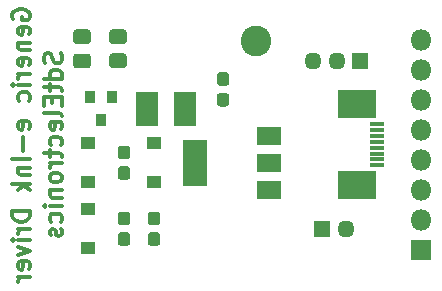
<source format=gbr>
%TF.GenerationSoftware,KiCad,Pcbnew,(5.1.6)-1*%
%TF.CreationDate,2020-05-23T23:32:43+08:00*%
%TF.ProjectId,ePap,65506170-2e6b-4696-9361-645f70636258,rev?*%
%TF.SameCoordinates,Original*%
%TF.FileFunction,Soldermask,Bot*%
%TF.FilePolarity,Negative*%
%FSLAX46Y46*%
G04 Gerber Fmt 4.6, Leading zero omitted, Abs format (unit mm)*
G04 Created by KiCad (PCBNEW (5.1.6)-1) date 2020-05-23 23:32:43*
%MOMM*%
%LPD*%
G01*
G04 APERTURE LIST*
%ADD10C,0.300000*%
%ADD11R,1.800000X1.800000*%
%ADD12O,1.800000X1.800000*%
%ADD13R,1.300000X1.000000*%
%ADD14R,1.200000X0.400000*%
%ADD15R,3.200000X2.400000*%
%ADD16R,1.450000X1.450000*%
%ADD17O,1.450000X1.450000*%
%ADD18R,1.900000X3.000000*%
%ADD19R,0.900000X1.000000*%
%ADD20C,2.600000*%
%ADD21R,2.100000X3.900000*%
%ADD22R,2.100000X1.600000*%
G04 APERTURE END LIST*
D10*
X101866000Y-86893142D02*
X101794571Y-86750285D01*
X101794571Y-86536000D01*
X101866000Y-86321714D01*
X102008857Y-86178857D01*
X102151714Y-86107428D01*
X102437428Y-86036000D01*
X102651714Y-86036000D01*
X102937428Y-86107428D01*
X103080285Y-86178857D01*
X103223142Y-86321714D01*
X103294571Y-86536000D01*
X103294571Y-86678857D01*
X103223142Y-86893142D01*
X103151714Y-86964571D01*
X102651714Y-86964571D01*
X102651714Y-86678857D01*
X103223142Y-88178857D02*
X103294571Y-88036000D01*
X103294571Y-87750285D01*
X103223142Y-87607428D01*
X103080285Y-87536000D01*
X102508857Y-87536000D01*
X102366000Y-87607428D01*
X102294571Y-87750285D01*
X102294571Y-88036000D01*
X102366000Y-88178857D01*
X102508857Y-88250285D01*
X102651714Y-88250285D01*
X102794571Y-87536000D01*
X102294571Y-88893142D02*
X103294571Y-88893142D01*
X102437428Y-88893142D02*
X102366000Y-88964571D01*
X102294571Y-89107428D01*
X102294571Y-89321714D01*
X102366000Y-89464571D01*
X102508857Y-89536000D01*
X103294571Y-89536000D01*
X103223142Y-90821714D02*
X103294571Y-90678857D01*
X103294571Y-90393142D01*
X103223142Y-90250285D01*
X103080285Y-90178857D01*
X102508857Y-90178857D01*
X102366000Y-90250285D01*
X102294571Y-90393142D01*
X102294571Y-90678857D01*
X102366000Y-90821714D01*
X102508857Y-90893142D01*
X102651714Y-90893142D01*
X102794571Y-90178857D01*
X103294571Y-91536000D02*
X102294571Y-91536000D01*
X102580285Y-91536000D02*
X102437428Y-91607428D01*
X102366000Y-91678857D01*
X102294571Y-91821714D01*
X102294571Y-91964571D01*
X103294571Y-92464571D02*
X102294571Y-92464571D01*
X101794571Y-92464571D02*
X101866000Y-92393142D01*
X101937428Y-92464571D01*
X101866000Y-92536000D01*
X101794571Y-92464571D01*
X101937428Y-92464571D01*
X103223142Y-93821714D02*
X103294571Y-93678857D01*
X103294571Y-93393142D01*
X103223142Y-93250285D01*
X103151714Y-93178857D01*
X103008857Y-93107428D01*
X102580285Y-93107428D01*
X102437428Y-93178857D01*
X102366000Y-93250285D01*
X102294571Y-93393142D01*
X102294571Y-93678857D01*
X102366000Y-93821714D01*
X103223142Y-96178857D02*
X103294571Y-96036000D01*
X103294571Y-95750285D01*
X103223142Y-95607428D01*
X103080285Y-95536000D01*
X102508857Y-95536000D01*
X102366000Y-95607428D01*
X102294571Y-95750285D01*
X102294571Y-96036000D01*
X102366000Y-96178857D01*
X102508857Y-96250285D01*
X102651714Y-96250285D01*
X102794571Y-95536000D01*
X102723142Y-96893142D02*
X102723142Y-98036000D01*
X103294571Y-98750285D02*
X101794571Y-98750285D01*
X102294571Y-99464571D02*
X103294571Y-99464571D01*
X102437428Y-99464571D02*
X102366000Y-99536000D01*
X102294571Y-99678857D01*
X102294571Y-99893142D01*
X102366000Y-100036000D01*
X102508857Y-100107428D01*
X103294571Y-100107428D01*
X103294571Y-100821714D02*
X101794571Y-100821714D01*
X102723142Y-100964571D02*
X103294571Y-101393142D01*
X102294571Y-101393142D02*
X102866000Y-100821714D01*
X103294571Y-103178857D02*
X101794571Y-103178857D01*
X101794571Y-103536000D01*
X101866000Y-103750285D01*
X102008857Y-103893142D01*
X102151714Y-103964571D01*
X102437428Y-104036000D01*
X102651714Y-104036000D01*
X102937428Y-103964571D01*
X103080285Y-103893142D01*
X103223142Y-103750285D01*
X103294571Y-103536000D01*
X103294571Y-103178857D01*
X103294571Y-104678857D02*
X102294571Y-104678857D01*
X102580285Y-104678857D02*
X102437428Y-104750285D01*
X102366000Y-104821714D01*
X102294571Y-104964571D01*
X102294571Y-105107428D01*
X103294571Y-105607428D02*
X102294571Y-105607428D01*
X101794571Y-105607428D02*
X101866000Y-105536000D01*
X101937428Y-105607428D01*
X101866000Y-105678857D01*
X101794571Y-105607428D01*
X101937428Y-105607428D01*
X102294571Y-106178857D02*
X103294571Y-106536000D01*
X102294571Y-106893142D01*
X103223142Y-108036000D02*
X103294571Y-107893142D01*
X103294571Y-107607428D01*
X103223142Y-107464571D01*
X103080285Y-107393142D01*
X102508857Y-107393142D01*
X102366000Y-107464571D01*
X102294571Y-107607428D01*
X102294571Y-107893142D01*
X102366000Y-108036000D01*
X102508857Y-108107428D01*
X102651714Y-108107428D01*
X102794571Y-107393142D01*
X103294571Y-108750285D02*
X102294571Y-108750285D01*
X102580285Y-108750285D02*
X102437428Y-108821714D01*
X102366000Y-108893142D01*
X102294571Y-109036000D01*
X102294571Y-109178857D01*
X105890142Y-89786000D02*
X105961571Y-90000285D01*
X105961571Y-90357428D01*
X105890142Y-90500285D01*
X105818714Y-90571714D01*
X105675857Y-90643142D01*
X105533000Y-90643142D01*
X105390142Y-90571714D01*
X105318714Y-90500285D01*
X105247285Y-90357428D01*
X105175857Y-90071714D01*
X105104428Y-89928857D01*
X105033000Y-89857428D01*
X104890142Y-89786000D01*
X104747285Y-89786000D01*
X104604428Y-89857428D01*
X104533000Y-89928857D01*
X104461571Y-90071714D01*
X104461571Y-90428857D01*
X104533000Y-90643142D01*
X105961571Y-91928857D02*
X104461571Y-91928857D01*
X105890142Y-91928857D02*
X105961571Y-91786000D01*
X105961571Y-91500285D01*
X105890142Y-91357428D01*
X105818714Y-91286000D01*
X105675857Y-91214571D01*
X105247285Y-91214571D01*
X105104428Y-91286000D01*
X105033000Y-91357428D01*
X104961571Y-91500285D01*
X104961571Y-91786000D01*
X105033000Y-91928857D01*
X104961571Y-92428857D02*
X104961571Y-93000285D01*
X104461571Y-92643142D02*
X105747285Y-92643142D01*
X105890142Y-92714571D01*
X105961571Y-92857428D01*
X105961571Y-93000285D01*
X105175857Y-93500285D02*
X105175857Y-94000285D01*
X105961571Y-94214571D02*
X105961571Y-93500285D01*
X104461571Y-93500285D01*
X104461571Y-94214571D01*
X105961571Y-95071714D02*
X105890142Y-94928857D01*
X105747285Y-94857428D01*
X104461571Y-94857428D01*
X105890142Y-96214571D02*
X105961571Y-96071714D01*
X105961571Y-95786000D01*
X105890142Y-95643142D01*
X105747285Y-95571714D01*
X105175857Y-95571714D01*
X105033000Y-95643142D01*
X104961571Y-95786000D01*
X104961571Y-96071714D01*
X105033000Y-96214571D01*
X105175857Y-96286000D01*
X105318714Y-96286000D01*
X105461571Y-95571714D01*
X105890142Y-97571714D02*
X105961571Y-97428857D01*
X105961571Y-97143142D01*
X105890142Y-97000285D01*
X105818714Y-96928857D01*
X105675857Y-96857428D01*
X105247285Y-96857428D01*
X105104428Y-96928857D01*
X105033000Y-97000285D01*
X104961571Y-97143142D01*
X104961571Y-97428857D01*
X105033000Y-97571714D01*
X104961571Y-98000285D02*
X104961571Y-98571714D01*
X104461571Y-98214571D02*
X105747285Y-98214571D01*
X105890142Y-98286000D01*
X105961571Y-98428857D01*
X105961571Y-98571714D01*
X105961571Y-99071714D02*
X104961571Y-99071714D01*
X105247285Y-99071714D02*
X105104428Y-99143142D01*
X105033000Y-99214571D01*
X104961571Y-99357428D01*
X104961571Y-99500285D01*
X105961571Y-100214571D02*
X105890142Y-100071714D01*
X105818714Y-100000285D01*
X105675857Y-99928857D01*
X105247285Y-99928857D01*
X105104428Y-100000285D01*
X105033000Y-100071714D01*
X104961571Y-100214571D01*
X104961571Y-100428857D01*
X105033000Y-100571714D01*
X105104428Y-100643142D01*
X105247285Y-100714571D01*
X105675857Y-100714571D01*
X105818714Y-100643142D01*
X105890142Y-100571714D01*
X105961571Y-100428857D01*
X105961571Y-100214571D01*
X104961571Y-101357428D02*
X105961571Y-101357428D01*
X105104428Y-101357428D02*
X105033000Y-101428857D01*
X104961571Y-101571714D01*
X104961571Y-101786000D01*
X105033000Y-101928857D01*
X105175857Y-102000285D01*
X105961571Y-102000285D01*
X105961571Y-102714571D02*
X104961571Y-102714571D01*
X104461571Y-102714571D02*
X104533000Y-102643142D01*
X104604428Y-102714571D01*
X104533000Y-102786000D01*
X104461571Y-102714571D01*
X104604428Y-102714571D01*
X105890142Y-104071714D02*
X105961571Y-103928857D01*
X105961571Y-103643142D01*
X105890142Y-103500285D01*
X105818714Y-103428857D01*
X105675857Y-103357428D01*
X105247285Y-103357428D01*
X105104428Y-103428857D01*
X105033000Y-103500285D01*
X104961571Y-103643142D01*
X104961571Y-103928857D01*
X105033000Y-104071714D01*
X105890142Y-104643142D02*
X105961571Y-104786000D01*
X105961571Y-105071714D01*
X105890142Y-105214571D01*
X105747285Y-105286000D01*
X105675857Y-105286000D01*
X105533000Y-105214571D01*
X105461571Y-105071714D01*
X105461571Y-104857428D01*
X105390142Y-104714571D01*
X105247285Y-104643142D01*
X105175857Y-104643142D01*
X105033000Y-104714571D01*
X104961571Y-104857428D01*
X104961571Y-105071714D01*
X105033000Y-105214571D01*
D11*
%TO.C,J4*%
X136398000Y-106426000D03*
D12*
X136398000Y-103886000D03*
X136398000Y-101346000D03*
X136398000Y-98806000D03*
X136398000Y-96266000D03*
X136398000Y-93726000D03*
X136398000Y-91186000D03*
X136398000Y-88646000D03*
%TD*%
%TO.C,C9*%
G36*
G01*
X119896500Y-92551000D02*
X119371500Y-92551000D01*
G75*
G02*
X119109000Y-92288500I0J262500D01*
G01*
X119109000Y-91663500D01*
G75*
G02*
X119371500Y-91401000I262500J0D01*
G01*
X119896500Y-91401000D01*
G75*
G02*
X120159000Y-91663500I0J-262500D01*
G01*
X120159000Y-92288500D01*
G75*
G02*
X119896500Y-92551000I-262500J0D01*
G01*
G37*
G36*
G01*
X119896500Y-94301000D02*
X119371500Y-94301000D01*
G75*
G02*
X119109000Y-94038500I0J262500D01*
G01*
X119109000Y-93413500D01*
G75*
G02*
X119371500Y-93151000I262500J0D01*
G01*
X119896500Y-93151000D01*
G75*
G02*
X120159000Y-93413500I0J-262500D01*
G01*
X120159000Y-94038500D01*
G75*
G02*
X119896500Y-94301000I-262500J0D01*
G01*
G37*
%TD*%
%TO.C,C10*%
G36*
G01*
X110989500Y-99360000D02*
X111514500Y-99360000D01*
G75*
G02*
X111777000Y-99622500I0J-262500D01*
G01*
X111777000Y-100247500D01*
G75*
G02*
X111514500Y-100510000I-262500J0D01*
G01*
X110989500Y-100510000D01*
G75*
G02*
X110727000Y-100247500I0J262500D01*
G01*
X110727000Y-99622500D01*
G75*
G02*
X110989500Y-99360000I262500J0D01*
G01*
G37*
G36*
G01*
X110989500Y-97610000D02*
X111514500Y-97610000D01*
G75*
G02*
X111777000Y-97872500I0J-262500D01*
G01*
X111777000Y-98497500D01*
G75*
G02*
X111514500Y-98760000I-262500J0D01*
G01*
X110989500Y-98760000D01*
G75*
G02*
X110727000Y-98497500I0J262500D01*
G01*
X110727000Y-97872500D01*
G75*
G02*
X110989500Y-97610000I262500J0D01*
G01*
G37*
%TD*%
%TO.C,C11*%
G36*
G01*
X113529500Y-103198000D02*
X114054500Y-103198000D01*
G75*
G02*
X114317000Y-103460500I0J-262500D01*
G01*
X114317000Y-104085500D01*
G75*
G02*
X114054500Y-104348000I-262500J0D01*
G01*
X113529500Y-104348000D01*
G75*
G02*
X113267000Y-104085500I0J262500D01*
G01*
X113267000Y-103460500D01*
G75*
G02*
X113529500Y-103198000I262500J0D01*
G01*
G37*
G36*
G01*
X113529500Y-104948000D02*
X114054500Y-104948000D01*
G75*
G02*
X114317000Y-105210500I0J-262500D01*
G01*
X114317000Y-105835500D01*
G75*
G02*
X114054500Y-106098000I-262500J0D01*
G01*
X113529500Y-106098000D01*
G75*
G02*
X113267000Y-105835500I0J262500D01*
G01*
X113267000Y-105210500D01*
G75*
G02*
X113529500Y-104948000I262500J0D01*
G01*
G37*
%TD*%
%TO.C,C12*%
G36*
G01*
X110989500Y-104948000D02*
X111514500Y-104948000D01*
G75*
G02*
X111777000Y-105210500I0J-262500D01*
G01*
X111777000Y-105835500D01*
G75*
G02*
X111514500Y-106098000I-262500J0D01*
G01*
X110989500Y-106098000D01*
G75*
G02*
X110727000Y-105835500I0J262500D01*
G01*
X110727000Y-105210500D01*
G75*
G02*
X110989500Y-104948000I262500J0D01*
G01*
G37*
G36*
G01*
X110989500Y-103198000D02*
X111514500Y-103198000D01*
G75*
G02*
X111777000Y-103460500I0J-262500D01*
G01*
X111777000Y-104085500D01*
G75*
G02*
X111514500Y-104348000I-262500J0D01*
G01*
X110989500Y-104348000D01*
G75*
G02*
X110727000Y-104085500I0J262500D01*
G01*
X110727000Y-103460500D01*
G75*
G02*
X110989500Y-103198000I262500J0D01*
G01*
G37*
%TD*%
D13*
%TO.C,D1*%
X108204000Y-100710000D03*
X108204000Y-97410000D03*
%TD*%
%TO.C,D2*%
X113792000Y-100710000D03*
X113792000Y-97410000D03*
%TD*%
%TO.C,D3*%
X108204000Y-102998000D03*
X108204000Y-106298000D03*
%TD*%
D14*
%TO.C,J1*%
X132668000Y-99277000D03*
X132668000Y-98777000D03*
X132668000Y-98277000D03*
X132668000Y-97777000D03*
X132668000Y-97277000D03*
X132668000Y-96777000D03*
X132668000Y-96277000D03*
X132668000Y-95777000D03*
D15*
X130968000Y-100947000D03*
X130968000Y-94107000D03*
%TD*%
D16*
%TO.C,J2*%
X131254000Y-90424000D03*
D17*
X129254000Y-90424000D03*
X127254000Y-90424000D03*
%TD*%
D16*
%TO.C,J3*%
X128016000Y-104648000D03*
D17*
X130016000Y-104648000D03*
%TD*%
D18*
%TO.C,L1*%
X116408000Y-94488000D03*
X113208000Y-94488000D03*
%TD*%
D19*
%TO.C,Q1*%
X108336000Y-93472000D03*
X110236000Y-93472000D03*
X109286000Y-95472000D03*
%TD*%
%TO.C,R1*%
G36*
G01*
X108174262Y-89008000D02*
X107217738Y-89008000D01*
G75*
G02*
X106946000Y-88736262I0J271738D01*
G01*
X106946000Y-88029738D01*
G75*
G02*
X107217738Y-87758000I271738J0D01*
G01*
X108174262Y-87758000D01*
G75*
G02*
X108446000Y-88029738I0J-271738D01*
G01*
X108446000Y-88736262D01*
G75*
G02*
X108174262Y-89008000I-271738J0D01*
G01*
G37*
G36*
G01*
X108174262Y-91058000D02*
X107217738Y-91058000D01*
G75*
G02*
X106946000Y-90786262I0J271738D01*
G01*
X106946000Y-90079738D01*
G75*
G02*
X107217738Y-89808000I271738J0D01*
G01*
X108174262Y-89808000D01*
G75*
G02*
X108446000Y-90079738I0J-271738D01*
G01*
X108446000Y-90786262D01*
G75*
G02*
X108174262Y-91058000I-271738J0D01*
G01*
G37*
%TD*%
%TO.C,R2*%
G36*
G01*
X111222262Y-91049000D02*
X110265738Y-91049000D01*
G75*
G02*
X109994000Y-90777262I0J271738D01*
G01*
X109994000Y-90070738D01*
G75*
G02*
X110265738Y-89799000I271738J0D01*
G01*
X111222262Y-89799000D01*
G75*
G02*
X111494000Y-90070738I0J-271738D01*
G01*
X111494000Y-90777262D01*
G75*
G02*
X111222262Y-91049000I-271738J0D01*
G01*
G37*
G36*
G01*
X111222262Y-88999000D02*
X110265738Y-88999000D01*
G75*
G02*
X109994000Y-88727262I0J271738D01*
G01*
X109994000Y-88020738D01*
G75*
G02*
X110265738Y-87749000I271738J0D01*
G01*
X111222262Y-87749000D01*
G75*
G02*
X111494000Y-88020738I0J-271738D01*
G01*
X111494000Y-88727262D01*
G75*
G02*
X111222262Y-88999000I-271738J0D01*
G01*
G37*
%TD*%
D20*
%TO.C,TP3*%
X122428000Y-88773000D03*
%TD*%
D21*
%TO.C,U1*%
X117246000Y-99060000D03*
D22*
X123546000Y-99060000D03*
X123546000Y-101360000D03*
X123546000Y-96760000D03*
%TD*%
M02*

</source>
